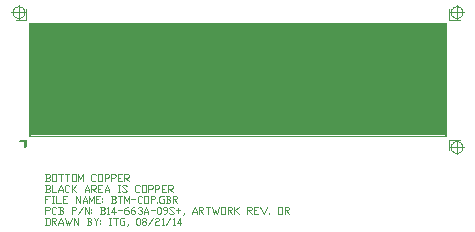
<source format=gbr>
G75*
%IPPOS*%
%FSLAX24Y24*%
%MOIN*%
%ADD10C,0.00100*%
%ADD11C,0.00200*%
%ADD12C,0.00400*%
%ADD13C,0.00800*%
%ADD14C,0.01500*%
%ADD15C,0.02500*%
%ADD16C,0.04000*%
%ADD17C,0.40000*%
%ADD18C,0.20000*%
%ADD19C,0.09358*%
%ADD20C,0.09600*%
%ADD21C,0.01300*%
%ADD22C,0.03000*%
%LNGB-BCOP*%
%LPD*%
G54D10*
X-201Y-5D02*
X-246Y-54D01*
X-54D01*
Y-246D01*
X-5Y-201D01*
Y-5D01*
X-201D01*
X-223Y-44D02*
X-246Y-54D01*
X-44Y-223D02*
X-54Y-246D01*
G54D11*
X-197Y-15D02*
X-223Y-44D01*
X-44D01*
Y-223D01*
X-15Y-197D01*
Y-15D01*
X-197D01*
X-119Y-15D02*
Y-44D01*
X-138D02*
Y-15D01*
X-157D02*
Y-44D01*
X-176D02*
Y-15D01*
X-195D02*
Y-44D01*
X-214D02*
Y-34D01*
X-100Y-44D02*
Y-15D01*
X-81D02*
Y-44D01*
X-62D02*
Y-15D01*
X-43D02*
Y-222D01*
X-24Y-205D02*
Y-15D01*
G54D10*
X-201Y-5D02*
X-246Y-54D01*
X-54D01*
Y-246D01*
X-5Y-201D01*
Y-5D01*
X-201D01*
X14352Y-54D02*
X14321Y-56D01*
X14291Y-63D01*
X14263Y-75D01*
X14237Y-91D01*
X14214Y-111D01*
X14194Y-134D01*
X14178Y-160D01*
X14166Y-189D01*
X14159Y-218D01*
X14157Y-249D01*
D02*
X14159Y-279D01*
X14166Y-309D01*
X14178Y-337D01*
X14194Y-364D01*
X14214Y-387D01*
X14237Y-407D01*
X14263Y-423D01*
X14291Y-434D01*
X14321Y-442D01*
X14352Y-444D01*
X14100Y0D02*
X14449D01*
X14352Y-249D02*
X14116D01*
X14100Y0D02*
Y-349D01*
X14352Y-444D02*
X14382Y-442D01*
X14412Y-434D01*
X14440Y-423D01*
X14466Y-407D01*
X14490Y-387D01*
X14509Y-364D01*
X14525Y-337D01*
X14537Y-309D01*
X14544Y-279D01*
X14547Y-249D01*
X14352D02*
Y-484D01*
X14547Y-249D02*
X14544Y-218D01*
X14537Y-189D01*
X14525Y-160D01*
X14509Y-134D01*
X14490Y-111D01*
X14466Y-91D01*
X14440Y-75D01*
X14412Y-63D01*
X14382Y-56D01*
X14352Y-54D01*
Y-249D02*
X14587D01*
X14352D02*
Y-13D01*
X-252Y4444D02*
X-282Y4442D01*
X-312Y4434D01*
X-340Y4423D01*
X-366Y4407D01*
X-390Y4387D01*
X-409Y4364D01*
X-425Y4337D01*
X-437Y4309D01*
X-444Y4279D01*
X-447Y4249D01*
D02*
X-444Y4218D01*
X-437Y4189D01*
X-425Y4160D01*
X-409Y4134D01*
X-390Y4111D01*
X-366Y4091D01*
X-340Y4075D01*
X-312Y4063D01*
X-282Y4056D01*
X-252Y4054D01*
Y4249D02*
X-487D01*
X-252Y4054D02*
X-221Y4056D01*
X-191Y4063D01*
X-163Y4075D01*
X-137Y4091D01*
X-114Y4111D01*
X-94Y4134D01*
X-78Y4160D01*
X-66Y4189D01*
X-59Y4218D01*
X-57Y4249D01*
X-252D02*
Y4013D01*
X0Y4000D02*
Y4349D01*
Y4000D02*
X-349D01*
X-57Y4249D02*
X-59Y4279D01*
X-66Y4309D01*
X-78Y4337D01*
X-94Y4364D01*
X-114Y4387D01*
X-137Y4407D01*
X-163Y4423D01*
X-191Y4434D01*
X-221Y4442D01*
X-252Y4444D01*
Y4249D02*
X-16D01*
X-252D02*
Y4484D01*
X14547Y4249D02*
X14544Y4279D01*
X14537Y4309D01*
X14525Y4337D01*
X14509Y4364D01*
X14490Y4387D01*
X14466Y4407D01*
X14440Y4423D01*
X14412Y4434D01*
X14382Y4442D01*
X14352Y4444D01*
Y4054D02*
X14382Y4056D01*
X14412Y4063D01*
X14440Y4075D01*
X14466Y4091D01*
X14490Y4111D01*
X14509Y4134D01*
X14525Y4160D01*
X14537Y4189D01*
X14544Y4218D01*
X14547Y4249D01*
X14352D02*
X14587D01*
X14157D02*
X14159Y4218D01*
X14166Y4189D01*
X14178Y4160D01*
X14194Y4134D01*
X14214Y4111D01*
X14237Y4091D01*
X14263Y4075D01*
X14291Y4063D01*
X14321Y4056D01*
X14352Y4054D01*
Y4249D02*
Y4013D01*
X14100Y4000D02*
Y4349D01*
Y4000D02*
X14449D01*
X14352Y4444D02*
X14321Y4442D01*
X14291Y4434D01*
X14263Y4423D01*
X14237Y4407D01*
X14214Y4387D01*
X14194Y4364D01*
X14178Y4337D01*
X14166Y4309D01*
X14159Y4279D01*
X14157Y4249D01*
X14352D02*
X14116D01*
X14352D02*
Y4484D01*
G54D12*
X640Y-2106D02*
Y-1886D01*
X786D01*
X640Y-1996D02*
X713D01*
X859Y-1886D02*
X932D01*
X896D02*
Y-2106D01*
X859D02*
X932D01*
X1006Y-1886D02*
Y-2106D01*
X1152D01*
X1225D02*
Y-1886D01*
X1372D01*
X1225Y-1996D02*
X1298D01*
X1225Y-2106D02*
X1372D01*
X1664D02*
Y-1886D01*
X1811Y-2106D01*
Y-1886D01*
X1884Y-2106D02*
Y-2033D01*
X1957Y-1886D01*
X2030Y-2033D01*
Y-2106D01*
X1884Y-2033D02*
X2030D01*
X2104Y-2106D02*
Y-1886D01*
X2177Y-2033D01*
X2250Y-1886D01*
Y-2106D01*
X2323D02*
Y-1886D01*
X2470D01*
X2323Y-1996D02*
X2396D01*
X2323Y-2106D02*
X2470D01*
X2543Y-1959D02*
Y-1996D01*
Y-2033D02*
Y-2069D01*
X2836Y-2106D02*
X2945D01*
X2982Y-2069D01*
Y-2033D01*
X2945Y-1996D01*
X2872D01*
X2945D02*
X2982Y-1959D01*
Y-1923D01*
X2945Y-1886D01*
X2836D01*
X2872D02*
Y-2106D01*
X3055Y-1886D02*
X3202D01*
X3128D02*
Y-2106D01*
X3275D02*
Y-1886D01*
X3348Y-2033D01*
X3421Y-1886D01*
Y-2106D01*
X3495Y-1996D02*
X3641D01*
X3861Y-2069D02*
X3824Y-2106D01*
X3751D01*
X3714Y-2069D01*
Y-1923D01*
X3751Y-1886D01*
X3824D01*
X3861Y-1923D01*
X3934Y-2106D02*
Y-1886D01*
X4080D01*
Y-2106D01*
X3934D01*
X4153D02*
Y-1886D01*
X4263D01*
X4300Y-1923D01*
Y-1959D01*
X4263Y-1996D01*
X4153D01*
X4373Y-2106D02*
Y-2069D01*
X4556Y-1996D02*
X4593D01*
Y-2106D01*
X4483D01*
X4446Y-2069D01*
Y-1923D01*
X4483Y-1886D01*
X4593D01*
X4666Y-2106D02*
X4776D01*
X4812Y-2069D01*
Y-2033D01*
X4776Y-1996D01*
X4702D01*
X4776D02*
X4812Y-1959D01*
Y-1923D01*
X4776Y-1886D01*
X4666D01*
X4702D02*
Y-2106D01*
X4885D02*
Y-1886D01*
X4995D01*
X5032Y-1923D01*
Y-1959D01*
X4995Y-1996D01*
X4885D01*
X4922D02*
X5032Y-2106D01*
X640Y-1374D02*
X749D01*
X786Y-1337D01*
Y-1301D01*
X749Y-1264D01*
X676D01*
X749D02*
X786Y-1227D01*
Y-1191D01*
X749Y-1154D01*
X640D01*
X676D02*
Y-1374D01*
X859D02*
Y-1154D01*
X1006D01*
Y-1374D01*
X859D01*
X1079Y-1154D02*
X1225D01*
X1152D02*
Y-1374D01*
X1298Y-1154D02*
X1445D01*
X1372D02*
Y-1374D01*
X1518D02*
Y-1154D01*
X1664D01*
Y-1374D01*
X1518D01*
X1738D02*
Y-1154D01*
X1811Y-1301D01*
X1884Y-1154D01*
Y-1374D01*
X2323Y-1337D02*
X2287Y-1374D01*
X2213D01*
X2177Y-1337D01*
Y-1191D01*
X2213Y-1154D01*
X2287D01*
X2323Y-1191D01*
X2396Y-1374D02*
Y-1154D01*
X2543D01*
Y-1374D01*
X2396D01*
X2616D02*
Y-1154D01*
X2726D01*
X2762Y-1191D01*
Y-1227D01*
X2726Y-1264D01*
X2616D01*
X2836Y-1374D02*
Y-1154D01*
X2945D01*
X2982Y-1191D01*
Y-1227D01*
X2945Y-1264D01*
X2836D01*
X3055Y-1374D02*
Y-1154D01*
X3202D01*
X3055Y-1264D02*
X3128D01*
X3055Y-1374D02*
X3202D01*
X3275D02*
Y-1154D01*
X3385D01*
X3421Y-1191D01*
Y-1227D01*
X3385Y-1264D01*
X3275D01*
X3312D02*
X3421Y-1374D01*
X640Y-1740D02*
X749D01*
X786Y-1703D01*
Y-1667D01*
X749Y-1630D01*
X676D01*
X749D02*
X786Y-1593D01*
Y-1557D01*
X749Y-1520D01*
X640D01*
X676D02*
Y-1740D01*
X859Y-1520D02*
Y-1740D01*
X1006D01*
X1079D02*
Y-1667D01*
X1152Y-1520D01*
X1225Y-1667D01*
Y-1740D01*
X1079Y-1667D02*
X1225D01*
X1445Y-1703D02*
X1408Y-1740D01*
X1335D01*
X1298Y-1703D01*
Y-1557D01*
X1335Y-1520D01*
X1408D01*
X1445Y-1557D01*
X1518Y-1740D02*
Y-1520D01*
X1664D02*
X1555Y-1630D01*
X1518D01*
X1555D02*
X1664Y-1740D01*
X1957D02*
Y-1667D01*
X2030Y-1520D01*
X2104Y-1667D01*
Y-1740D01*
X1957Y-1667D02*
X2104D01*
X2177Y-1740D02*
Y-1520D01*
X2287D01*
X2323Y-1557D01*
Y-1593D01*
X2287Y-1630D01*
X2177D01*
X2213D02*
X2323Y-1740D01*
X2396D02*
Y-1520D01*
X2543D01*
X2396Y-1630D02*
X2470D01*
X2396Y-1740D02*
X2543D01*
X2616D02*
Y-1667D01*
X2689Y-1520D01*
X2762Y-1667D01*
Y-1740D01*
X2616Y-1667D02*
X2762D01*
X3055Y-1520D02*
X3128D01*
X3092D02*
Y-1740D01*
X3055D02*
X3128D01*
X3202Y-1703D02*
X3238Y-1740D01*
X3312D01*
X3348Y-1703D01*
X3202Y-1557D01*
X3238Y-1520D01*
X3312D01*
X3348Y-1557D01*
X3787Y-1703D02*
X3751Y-1740D01*
X3678D01*
X3641Y-1703D01*
Y-1557D01*
X3678Y-1520D01*
X3751D01*
X3787Y-1557D01*
X3861Y-1740D02*
Y-1520D01*
X4007D01*
Y-1740D01*
X3861D01*
X4080D02*
Y-1520D01*
X4190D01*
X4227Y-1557D01*
Y-1593D01*
X4190Y-1630D01*
X4080D01*
X4300Y-1740D02*
Y-1520D01*
X4410D01*
X4446Y-1557D01*
Y-1593D01*
X4410Y-1630D01*
X4300D01*
X4519Y-1740D02*
Y-1520D01*
X4666D01*
X4519Y-1630D02*
X4593D01*
X4519Y-1740D02*
X4666D01*
X4739D02*
Y-1520D01*
X4849D01*
X4885Y-1557D01*
Y-1593D01*
X4849Y-1630D01*
X4739D01*
X4776D02*
X4885Y-1740D01*
X640Y-2472D02*
Y-2252D01*
X749D01*
X786Y-2289D01*
Y-2326D01*
X749Y-2362D01*
X640D01*
X1006Y-2435D02*
X969Y-2472D01*
X896D01*
X859Y-2435D01*
Y-2289D01*
X896Y-2252D01*
X969D01*
X1006Y-2289D01*
X1079Y-2472D02*
X1189D01*
X1225Y-2435D01*
Y-2399D01*
X1189Y-2362D01*
X1115D01*
X1189D02*
X1225Y-2326D01*
Y-2289D01*
X1189Y-2252D01*
X1079D01*
X1115D02*
Y-2472D01*
X1518D02*
Y-2252D01*
X1628D01*
X1664Y-2289D01*
Y-2326D01*
X1628Y-2362D01*
X1518D01*
X1738Y-2472D02*
X1884Y-2252D01*
X1957Y-2472D02*
Y-2252D01*
X2104Y-2472D01*
Y-2252D01*
X2177Y-2326D02*
Y-2362D01*
Y-2399D02*
Y-2435D01*
X2470Y-2472D02*
X2579D01*
X2616Y-2435D01*
Y-2399D01*
X2579Y-2362D01*
X2506D01*
X2579D02*
X2616Y-2326D01*
Y-2289D01*
X2579Y-2252D01*
X2470D01*
X2506D02*
Y-2472D01*
X2689Y-2289D02*
X2726Y-2252D01*
Y-2472D01*
X2689D02*
X2762D01*
X2982Y-2399D02*
X2836D01*
X2945Y-2252D01*
Y-2472D01*
X3055Y-2362D02*
X3202D01*
X3275D02*
X3385D01*
X3421Y-2399D01*
Y-2435D01*
X3385Y-2472D01*
X3312D01*
X3275Y-2435D01*
Y-2326D01*
X3348Y-2252D01*
X3385D01*
X3495Y-2362D02*
X3604D01*
X3641Y-2399D01*
Y-2435D01*
X3604Y-2472D01*
X3531D01*
X3495Y-2435D01*
Y-2326D01*
X3568Y-2252D01*
X3604D01*
X3714Y-2289D02*
X3751Y-2252D01*
X3824D01*
X3861Y-2289D01*
Y-2326D01*
X3824Y-2362D01*
X3787D01*
X3824D02*
X3861Y-2399D01*
Y-2435D01*
X3824Y-2472D01*
X3751D01*
X3714Y-2435D01*
X3934Y-2472D02*
Y-2399D01*
X4007Y-2252D01*
X4080Y-2399D01*
Y-2472D01*
X3934Y-2399D02*
X4080D01*
X4153Y-2362D02*
X4300D01*
X4410Y-2472D02*
X4373Y-2435D01*
Y-2289D01*
X4410Y-2252D01*
X4446D01*
X4483Y-2289D01*
Y-2435D01*
X4446Y-2472D01*
X4410D01*
X4593D02*
X4629D01*
X4702Y-2399D01*
Y-2289D01*
X4666Y-2252D01*
X4593D01*
X4556Y-2289D01*
Y-2326D01*
X4593Y-2362D01*
X4702D01*
X4776Y-2435D02*
X4812Y-2472D01*
X4885D01*
X4922Y-2435D01*
X4776Y-2289D01*
X4812Y-2252D01*
X4885D01*
X4922Y-2289D01*
X5068Y-2435D02*
Y-2289D01*
X5142Y-2362D02*
X4995D01*
X5251Y-2435D02*
Y-2472D01*
X5215Y-2509D01*
X5544Y-2472D02*
Y-2399D01*
X5617Y-2252D01*
X5691Y-2399D01*
Y-2472D01*
X5544Y-2399D02*
X5691D01*
X5764Y-2472D02*
Y-2252D01*
X5874D01*
X5910Y-2289D01*
Y-2326D01*
X5874Y-2362D01*
X5764D01*
X5800D02*
X5910Y-2472D01*
X5983Y-2252D02*
X6130D01*
X6057D02*
Y-2472D01*
X6203Y-2252D02*
X6276Y-2472D01*
X6313Y-2362D01*
X6349Y-2472D01*
X6423Y-2252D01*
X6496Y-2472D02*
Y-2252D01*
X6642D01*
Y-2472D01*
X6496D01*
X6715D02*
Y-2252D01*
X6825D01*
X6862Y-2289D01*
Y-2326D01*
X6825Y-2362D01*
X6715D01*
X6752D02*
X6862Y-2472D01*
X6935D02*
Y-2252D01*
X7081D02*
X6972Y-2362D01*
X6935D01*
X6972D02*
X7081Y-2472D01*
X7374D02*
Y-2252D01*
X7484D01*
X7521Y-2289D01*
Y-2326D01*
X7484Y-2362D01*
X7374D01*
X7411D02*
X7521Y-2472D01*
X7594D02*
Y-2252D01*
X7740D01*
X7594Y-2362D02*
X7667D01*
X7594Y-2472D02*
X7740D01*
X7813Y-2252D02*
X7923Y-2472D01*
X8033Y-2252D01*
X8106Y-2472D02*
Y-2435D01*
X8399Y-2472D02*
Y-2252D01*
X8546D01*
Y-2472D01*
X8399D01*
X8619D02*
Y-2252D01*
X8729D01*
X8765Y-2289D01*
Y-2326D01*
X8729Y-2362D01*
X8619D01*
X8655D02*
X8765Y-2472D01*
X640Y-2838D02*
X749D01*
X786Y-2801D01*
Y-2655D01*
X749Y-2618D01*
X640D01*
X676D02*
Y-2838D01*
X859D02*
Y-2618D01*
X969D01*
X1006Y-2655D01*
Y-2692D01*
X969Y-2728D01*
X859D01*
X896D02*
X1006Y-2838D01*
X1079D02*
Y-2765D01*
X1152Y-2618D01*
X1225Y-2765D01*
Y-2838D01*
X1079Y-2765D02*
X1225D01*
X1298Y-2618D02*
X1372Y-2838D01*
X1408Y-2728D01*
X1445Y-2838D01*
X1518Y-2618D01*
X1591Y-2838D02*
Y-2618D01*
X1738Y-2838D01*
Y-2618D01*
X2030Y-2838D02*
X2140D01*
X2177Y-2801D01*
Y-2765D01*
X2140Y-2728D01*
X2067D01*
X2140D02*
X2177Y-2692D01*
Y-2655D01*
X2140Y-2618D01*
X2030D01*
X2067D02*
Y-2838D01*
X2250Y-2618D02*
X2323Y-2728D01*
Y-2838D01*
Y-2728D02*
X2396Y-2618D01*
X2470Y-2692D02*
Y-2728D01*
Y-2765D02*
Y-2801D01*
X2762Y-2618D02*
X2836D01*
X2799D02*
Y-2838D01*
X2762D02*
X2836D01*
X2909Y-2618D02*
X3055D01*
X2982D02*
Y-2838D01*
X3238Y-2728D02*
X3275D01*
Y-2838D01*
X3165D01*
X3128Y-2801D01*
Y-2655D01*
X3165Y-2618D01*
X3275D01*
X3385Y-2801D02*
Y-2838D01*
X3348Y-2875D01*
X3714Y-2838D02*
X3678Y-2801D01*
Y-2655D01*
X3714Y-2618D01*
X3751D01*
X3787Y-2655D01*
Y-2801D01*
X3751Y-2838D01*
X3714D01*
X3897D02*
X3861Y-2801D01*
Y-2765D01*
X3897Y-2728D01*
X3970D01*
X4007Y-2692D01*
Y-2655D01*
X3970Y-2618D01*
X3897D01*
X3861Y-2655D01*
Y-2692D01*
X3897Y-2728D01*
X3970D02*
X4007Y-2765D01*
Y-2801D01*
X3970Y-2838D01*
X3897D01*
X4080D02*
X4227Y-2618D01*
X4300Y-2655D02*
X4336Y-2618D01*
X4410D01*
X4446Y-2655D01*
Y-2692D01*
X4410Y-2728D01*
X4336D01*
X4300Y-2765D01*
Y-2838D01*
X4446D01*
X4519Y-2655D02*
X4556Y-2618D01*
Y-2838D01*
X4519D02*
X4593D01*
X4666D02*
X4812Y-2618D01*
X4885Y-2655D02*
X4922Y-2618D01*
Y-2838D01*
X4885D02*
X4959D01*
X5178Y-2765D02*
X5032D01*
X5142Y-2618D01*
Y-2838D01*
G54D10*
X13995Y3895D02*
X105D01*
Y105D01*
X13995D01*
Y3895D01*
G54D11*
X13985Y3885D02*
X115D01*
Y115D01*
X13985D01*
Y3885D01*
G54D12*
X13965Y3865D02*
X135D01*
Y135D01*
X13965D01*
Y3865D01*
G54D13*
X13925Y3825D02*
X175D01*
Y175D01*
X13925D01*
Y3825D01*
G54D14*
X13850Y3750D02*
X250D01*
Y250D01*
X13850D01*
Y3750D01*
G54D15*
X13725Y3625D02*
X375D01*
Y375D01*
X13725D01*
Y3625D01*
G54D16*
X13525Y3425D02*
X575D01*
Y575D01*
X13525D01*
Y3425D01*
G54D20*
X13285Y3185D02*
X815D01*
Y815D01*
X13285D01*
Y3185D01*
G54D18*
X12785Y2685D02*
X1315D01*
Y1315D01*
X12785D01*
Y2685D01*
X12785Y2000D02*
X1315D01*
G54D10*
X13995Y3895D02*
X105D01*
Y105D01*
X13995D01*
Y3895D01*
M02*


	THIS DOCUMENT AND ITS CONTENTS ARE OWNED BY, AND ARE
THE CONFIDENTIAL AND PROPRIETARY INFORMATION OF, MINI-CIRCUITS
("CONFIDENTIAL INFORMATION") AND MINI-CIRCUITS RESERVES ALL
DESIGN, USE, MANUFACTURING AND REPRODUCTION RIGHTS THERETO.
UNLESS OTHERWISE EXPRESSLY AGREED TO IN WRITING BY MINI-
CIRCUITS, THE CONFIDENTIAL INFROMATION WILL: (i) BE USED BY MINI-
CIRCUITS' VENDORS, VENDEES, OR THE UNITED STATES GOVERNMENT
("RECEIVING PARTY") SOLELY TO PROMOTE THE COMMERCIAL
RELATIONSHIP BETWEEN RECEIVING PARTY AND MINI-CIRCUITS
("PURPOSE") AND THEN ONLY TO THE EXTENT SPECIFIED BY MINI-
CIRCUITS; (ii) NOT BE USED FOR ANY OTHER PURPOSE AND NOT BE USED
IN ANY WAY DETRIMENTAL TO MINI-CIRCUITS OR TO COMPETE AGAINST
MINI-CIRCUITS; AND (iii) BE KEPT CONFIDENTIAL BY THE RECEIVING PARTY
AND RECEIVING PARTY AGREES NOT TO DISCLOSE THE CONFIDENTIAL
INFORMATION TO ANY THIRD PARTY.

</source>
